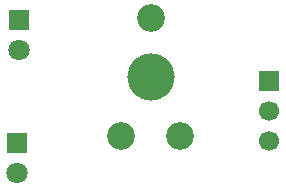
<source format=gbs>
G04 #@! TF.GenerationSoftware,KiCad,Pcbnew,9.0.2*
G04 #@! TF.CreationDate,2025-06-05T16:56:41+03:00*
G04 #@! TF.ProjectId,2-Layer-Proximity-PCB,322d4c61-7965-4722-9d50-726f78696d69,rev?*
G04 #@! TF.SameCoordinates,Original*
G04 #@! TF.FileFunction,Soldermask,Bot*
G04 #@! TF.FilePolarity,Negative*
%FSLAX46Y46*%
G04 Gerber Fmt 4.6, Leading zero omitted, Abs format (unit mm)*
G04 Created by KiCad (PCBNEW 9.0.2) date 2025-06-05 16:56:41*
%MOMM*%
%LPD*%
G01*
G04 APERTURE LIST*
%ADD10R,1.800000X1.800000*%
%ADD11C,1.800000*%
%ADD12C,4.000000*%
%ADD13C,2.340000*%
%ADD14R,1.700000X1.700000*%
%ADD15C,1.700000*%
G04 APERTURE END LIST*
D10*
X125700000Y-81700000D03*
D11*
X125700000Y-84240000D03*
D10*
X125800000Y-71300000D03*
D11*
X125800000Y-73840000D03*
D12*
X137000000Y-76150000D03*
D13*
X139500000Y-81150000D03*
X137000000Y-71150000D03*
X134500000Y-81150000D03*
D14*
X147000000Y-76460000D03*
D15*
X147000000Y-79000000D03*
X147000000Y-81540000D03*
M02*

</source>
